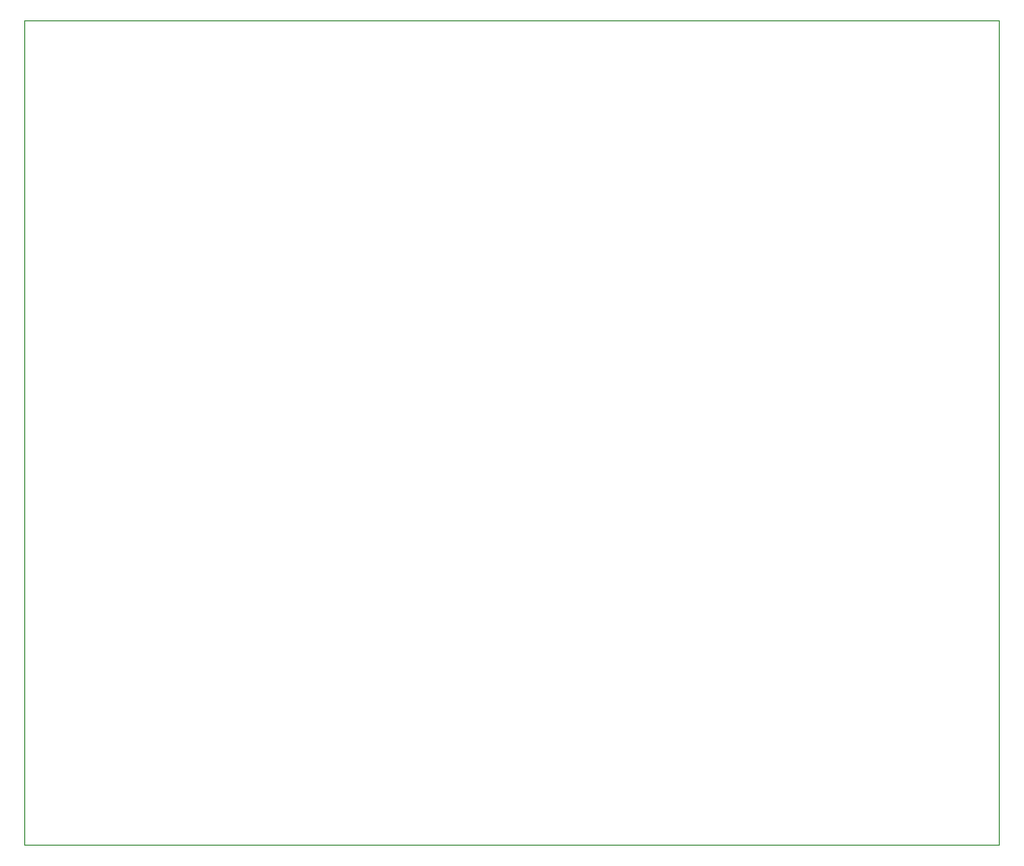
<source format=gm1>
%TF.GenerationSoftware,KiCad,Pcbnew,9.0.6*%
%TF.CreationDate,2025-12-23T15:21:00+08:00*%
%TF.ProjectId,jays-hackpad,6a617973-2d68-4616-936b-7061642e6b69,rev?*%
%TF.SameCoordinates,Original*%
%TF.FileFunction,Profile,NP*%
%FSLAX46Y46*%
G04 Gerber Fmt 4.6, Leading zero omitted, Abs format (unit mm)*
G04 Created by KiCad (PCBNEW 9.0.6) date 2025-12-23 15:21:00*
%MOMM*%
%LPD*%
G01*
G04 APERTURE LIST*
%TA.AperFunction,Profile*%
%ADD10C,0.050000*%
%TD*%
G04 APERTURE END LIST*
D10*
X77000000Y-60700000D02*
X162000000Y-60700000D01*
X162000000Y-132700000D01*
X77000000Y-132700000D01*
X77000000Y-60700000D01*
M02*

</source>
